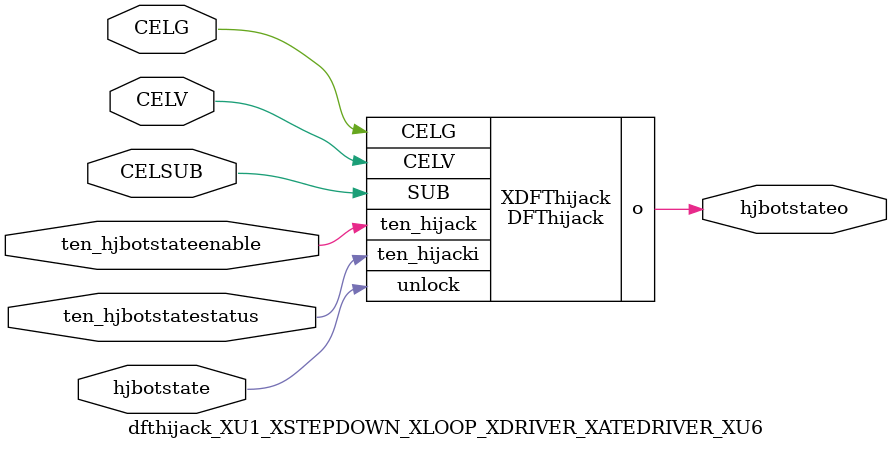
<source format=v>


module DFThijack ( o, CELG, CELV, SUB, ten_hijack, ten_hijacki, unlock );

  input CELV;
  input ten_hijack;
  input ten_hijacki;
  input unlock;
  output o;
  input SUB;
  input CELG;
endmodule


module dfthijack_XU1_XSTEPDOWN_XLOOP_XDRIVER_XATEDRIVER_XU6 (hjbotstateo,CELG,CELV,CELSUB,ten_hjbotstateenable,ten_hjbotstatestatus,hjbotstate);
output  hjbotstateo;
input  CELG;
input  CELV;
input  CELSUB;
input  ten_hjbotstateenable;
input  ten_hjbotstatestatus;
input  hjbotstate;

DFThijack XDFThijack(
  .o (hjbotstateo),
  .CELG (CELG),
  .CELV (CELV),
  .SUB (CELSUB),
  .ten_hijack (ten_hjbotstateenable),
  .ten_hijacki (ten_hjbotstatestatus),
  .unlock (hjbotstate)
);

endmodule


</source>
